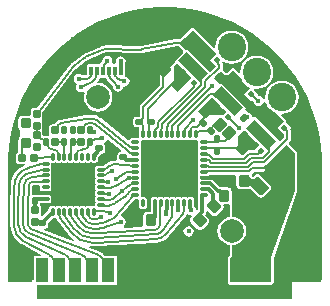
<source format=gtl>
G04*
G04 #@! TF.GenerationSoftware,Altium Limited,Altium Designer,21.0.8 (223)*
G04*
G04 Layer_Physical_Order=1*
G04 Layer_Color=255*
%FSLAX25Y25*%
%MOIN*%
G70*
G04*
G04 #@! TF.SameCoordinates,DAC18CA6-1256-4E10-BBFD-4CDD4F333C27*
G04*
G04*
G04 #@! TF.FilePolarity,Positive*
G04*
G01*
G75*
%ADD11C,0.00787*%
%ADD39C,0.07874*%
%ADD41C,0.01181*%
%ADD42C,0.00787*%
%ADD43R,0.03937X0.07874*%
G04:AMPARAMS|DCode=44|XSize=39.37mil|YSize=35.43mil|CornerRadius=4.43mil|HoleSize=0mil|Usage=FLASHONLY|Rotation=225.000|XOffset=0mil|YOffset=0mil|HoleType=Round|Shape=RoundedRectangle|*
%AMROUNDEDRECTD44*
21,1,0.03937,0.02657,0,0,225.0*
21,1,0.03051,0.03543,0,0,225.0*
1,1,0.00886,-0.02018,-0.00139*
1,1,0.00886,0.00139,0.02018*
1,1,0.00886,0.02018,0.00139*
1,1,0.00886,-0.00139,-0.02018*
%
%ADD44ROUNDEDRECTD44*%
G04:AMPARAMS|DCode=45|XSize=19.68mil|YSize=23.62mil|CornerRadius=1.97mil|HoleSize=0mil|Usage=FLASHONLY|Rotation=270.000|XOffset=0mil|YOffset=0mil|HoleType=Round|Shape=RoundedRectangle|*
%AMROUNDEDRECTD45*
21,1,0.01968,0.01968,0,0,270.0*
21,1,0.01575,0.02362,0,0,270.0*
1,1,0.00394,-0.00984,-0.00787*
1,1,0.00394,-0.00984,0.00787*
1,1,0.00394,0.00984,0.00787*
1,1,0.00394,0.00984,-0.00787*
%
%ADD45ROUNDEDRECTD45*%
%ADD46R,0.07874X0.07874*%
%ADD47R,0.01181X0.03150*%
%ADD48R,0.01575X0.03150*%
G04:AMPARAMS|DCode=49|XSize=19.68mil|YSize=23.62mil|CornerRadius=1.97mil|HoleSize=0mil|Usage=FLASHONLY|Rotation=180.000|XOffset=0mil|YOffset=0mil|HoleType=Round|Shape=RoundedRectangle|*
%AMROUNDEDRECTD49*
21,1,0.01968,0.01968,0,0,180.0*
21,1,0.01575,0.02362,0,0,180.0*
1,1,0.00394,-0.00787,0.00984*
1,1,0.00394,0.00787,0.00984*
1,1,0.00394,0.00787,-0.00984*
1,1,0.00394,-0.00787,-0.00984*
%
%ADD49ROUNDEDRECTD49*%
G04:AMPARAMS|DCode=50|XSize=31.5mil|YSize=31.5mil|CornerRadius=3.94mil|HoleSize=0mil|Usage=FLASHONLY|Rotation=270.000|XOffset=0mil|YOffset=0mil|HoleType=Round|Shape=RoundedRectangle|*
%AMROUNDEDRECTD50*
21,1,0.03150,0.02362,0,0,270.0*
21,1,0.02362,0.03150,0,0,270.0*
1,1,0.00787,-0.01181,-0.01181*
1,1,0.00787,-0.01181,0.01181*
1,1,0.00787,0.01181,0.01181*
1,1,0.00787,0.01181,-0.01181*
%
%ADD50ROUNDEDRECTD50*%
G04:AMPARAMS|DCode=51|XSize=23.62mil|YSize=23.62mil|CornerRadius=2.36mil|HoleSize=0mil|Usage=FLASHONLY|Rotation=0.000|XOffset=0mil|YOffset=0mil|HoleType=Round|Shape=RoundedRectangle|*
%AMROUNDEDRECTD51*
21,1,0.02362,0.01890,0,0,0.0*
21,1,0.01890,0.02362,0,0,0.0*
1,1,0.00472,0.00945,-0.00945*
1,1,0.00472,-0.00945,-0.00945*
1,1,0.00472,-0.00945,0.00945*
1,1,0.00472,0.00945,0.00945*
%
%ADD51ROUNDEDRECTD51*%
G04:AMPARAMS|DCode=52|XSize=19.68mil|YSize=23.62mil|CornerRadius=1.97mil|HoleSize=0mil|Usage=FLASHONLY|Rotation=135.000|XOffset=0mil|YOffset=0mil|HoleType=Round|Shape=RoundedRectangle|*
%AMROUNDEDRECTD52*
21,1,0.01968,0.01968,0,0,135.0*
21,1,0.01575,0.02362,0,0,135.0*
1,1,0.00394,0.00139,0.01253*
1,1,0.00394,0.01253,0.00139*
1,1,0.00394,-0.00139,-0.01253*
1,1,0.00394,-0.01253,-0.00139*
%
%ADD52ROUNDEDRECTD52*%
%ADD53P,0.02506X4X180.0*%
G04:AMPARAMS|DCode=54|XSize=100.39mil|YSize=22.28mil|CornerRadius=0mil|HoleSize=0mil|Usage=FLASHONLY|Rotation=135.000|XOffset=0mil|YOffset=0mil|HoleType=Round|Shape=Rectangle|*
%AMROTATEDRECTD54*
4,1,4,0.04337,-0.02762,0.02762,-0.04337,-0.04337,0.02762,-0.02762,0.04337,0.04337,-0.02762,0.0*
%
%ADD54ROTATEDRECTD54*%

G04:AMPARAMS|DCode=55|XSize=100.39mil|YSize=41.1mil|CornerRadius=0mil|HoleSize=0mil|Usage=FLASHONLY|Rotation=135.000|XOffset=0mil|YOffset=0mil|HoleType=Round|Shape=Rectangle|*
%AMROTATEDRECTD55*
4,1,4,0.05003,-0.02096,0.02096,-0.05003,-0.05003,0.02096,-0.02096,0.05003,0.05003,-0.02096,0.0*
%
%ADD55ROTATEDRECTD55*%

G04:AMPARAMS|DCode=56|XSize=55.12mil|YSize=39.37mil|CornerRadius=4.92mil|HoleSize=0mil|Usage=FLASHONLY|Rotation=90.000|XOffset=0mil|YOffset=0mil|HoleType=Round|Shape=RoundedRectangle|*
%AMROUNDEDRECTD56*
21,1,0.05512,0.02953,0,0,90.0*
21,1,0.04528,0.03937,0,0,90.0*
1,1,0.00984,0.01476,0.02264*
1,1,0.00984,0.01476,-0.02264*
1,1,0.00984,-0.01476,-0.02264*
1,1,0.00984,-0.01476,0.02264*
%
%ADD56ROUNDEDRECTD56*%
G04:AMPARAMS|DCode=57|XSize=11.81mil|YSize=23.62mil|CornerRadius=1.18mil|HoleSize=0mil|Usage=FLASHONLY|Rotation=0.000|XOffset=0mil|YOffset=0mil|HoleType=Round|Shape=RoundedRectangle|*
%AMROUNDEDRECTD57*
21,1,0.01181,0.02126,0,0,0.0*
21,1,0.00945,0.02362,0,0,0.0*
1,1,0.00236,0.00472,-0.01063*
1,1,0.00236,-0.00472,-0.01063*
1,1,0.00236,-0.00472,0.01063*
1,1,0.00236,0.00472,0.01063*
%
%ADD57ROUNDEDRECTD57*%
G04:AMPARAMS|DCode=58|XSize=11.81mil|YSize=23.62mil|CornerRadius=1.18mil|HoleSize=0mil|Usage=FLASHONLY|Rotation=270.000|XOffset=0mil|YOffset=0mil|HoleType=Round|Shape=RoundedRectangle|*
%AMROUNDEDRECTD58*
21,1,0.01181,0.02126,0,0,270.0*
21,1,0.00945,0.02362,0,0,270.0*
1,1,0.00236,-0.01063,-0.00472*
1,1,0.00236,-0.01063,0.00472*
1,1,0.00236,0.01063,0.00472*
1,1,0.00236,0.01063,-0.00472*
%
%ADD58ROUNDEDRECTD58*%
%ADD59R,0.13583X0.13583*%
G04:AMPARAMS|DCode=60|XSize=39.37mil|YSize=35.43mil|CornerRadius=4.43mil|HoleSize=0mil|Usage=FLASHONLY|Rotation=270.000|XOffset=0mil|YOffset=0mil|HoleType=Round|Shape=RoundedRectangle|*
%AMROUNDEDRECTD60*
21,1,0.03937,0.02657,0,0,270.0*
21,1,0.03051,0.03543,0,0,270.0*
1,1,0.00886,-0.01329,-0.01526*
1,1,0.00886,-0.01329,0.01526*
1,1,0.00886,0.01329,0.01526*
1,1,0.00886,0.01329,-0.01526*
%
%ADD60ROUNDEDRECTD60*%
%ADD61R,0.15748X0.07874*%
%ADD62R,0.11811X0.07874*%
G04:AMPARAMS|DCode=63|XSize=19.68mil|YSize=23.62mil|CornerRadius=1.97mil|HoleSize=0mil|Usage=FLASHONLY|Rotation=45.000|XOffset=0mil|YOffset=0mil|HoleType=Round|Shape=RoundedRectangle|*
%AMROUNDEDRECTD63*
21,1,0.01968,0.01968,0,0,45.0*
21,1,0.01575,0.02362,0,0,45.0*
1,1,0.00394,0.01253,-0.00139*
1,1,0.00394,0.00139,-0.01253*
1,1,0.00394,-0.01253,0.00139*
1,1,0.00394,-0.00139,0.01253*
%
%ADD63ROUNDEDRECTD63*%
G04:AMPARAMS|DCode=64|XSize=39.37mil|YSize=35.43mil|CornerRadius=4.43mil|HoleSize=0mil|Usage=FLASHONLY|Rotation=315.000|XOffset=0mil|YOffset=0mil|HoleType=Round|Shape=RoundedRectangle|*
%AMROUNDEDRECTD64*
21,1,0.03937,0.02657,0,0,315.0*
21,1,0.03051,0.03543,0,0,315.0*
1,1,0.00886,0.00139,-0.02018*
1,1,0.00886,-0.02018,0.00139*
1,1,0.00886,-0.00139,0.02018*
1,1,0.00886,0.02018,-0.00139*
%
%ADD64ROUNDEDRECTD64*%
G04:AMPARAMS|DCode=65|XSize=55.12mil|YSize=39.37mil|CornerRadius=4.92mil|HoleSize=0mil|Usage=FLASHONLY|Rotation=315.000|XOffset=0mil|YOffset=0mil|HoleType=Round|Shape=RoundedRectangle|*
%AMROUNDEDRECTD65*
21,1,0.05512,0.02953,0,0,315.0*
21,1,0.04528,0.03937,0,0,315.0*
1,1,0.00984,0.00557,-0.02645*
1,1,0.00984,-0.02645,0.00557*
1,1,0.00984,-0.00557,0.02645*
1,1,0.00984,0.02645,-0.00557*
%
%ADD65ROUNDEDRECTD65*%
G04:AMPARAMS|DCode=66|XSize=23.62mil|YSize=23.62mil|CornerRadius=2.36mil|HoleSize=0mil|Usage=FLASHONLY|Rotation=90.000|XOffset=0mil|YOffset=0mil|HoleType=Round|Shape=RoundedRectangle|*
%AMROUNDEDRECTD66*
21,1,0.02362,0.01890,0,0,90.0*
21,1,0.01890,0.02362,0,0,90.0*
1,1,0.00472,0.00945,0.00945*
1,1,0.00472,0.00945,-0.00945*
1,1,0.00472,-0.00945,-0.00945*
1,1,0.00472,-0.00945,0.00945*
%
%ADD66ROUNDEDRECTD66*%
%ADD67R,0.16339X0.16339*%
%ADD68C,0.09449*%
%ADD69C,0.01772*%
G36*
X6077Y37825D02*
X6077Y37117D01*
X3396Y34437D01*
Y34437D01*
X3232Y33895D01*
X2287Y32950D01*
X2206Y32828D01*
X1810Y32432D01*
X2052Y32190D01*
Y31644D01*
X1571Y31496D01*
X-787D01*
Y30476D01*
X-953Y30443D01*
X-1344Y30182D01*
X-1605Y29792D01*
X-1696Y29331D01*
Y26266D01*
X-8037Y19926D01*
X-8298Y19535D01*
X-8389Y19075D01*
X-8389Y19075D01*
Y15866D01*
X-9547D01*
X-9931Y15789D01*
X-10257Y15572D01*
X-10474Y15246D01*
X-10551Y14862D01*
Y13287D01*
X-10474Y12903D01*
X-10257Y12578D01*
X-9931Y12360D01*
X-9547Y12284D01*
X-8531D01*
Y11484D01*
X-8653Y11303D01*
X-8723Y10949D01*
Y9213D01*
X-8806Y8806D01*
X-9213Y8723D01*
X-10949D01*
X-11303Y8653D01*
X-11602Y8452D01*
X-11802Y8153D01*
X-11814Y8093D01*
X-12363Y7898D01*
X-21463Y15406D01*
X-21574Y15466D01*
X-22029Y15816D01*
X-23035Y16232D01*
X-24114Y16374D01*
Y16362D01*
X-25689D01*
Y16374D01*
X-26304Y16293D01*
X-26428Y16296D01*
X-35006Y14746D01*
X-35084Y14715D01*
X-35215Y14698D01*
X-35838Y14440D01*
X-36372Y14030D01*
X-36783Y13495D01*
X-36901Y13209D01*
X-37657D01*
X-38057Y13130D01*
X-38396Y12903D01*
X-38622Y12565D01*
X-38701Y12165D01*
Y10276D01*
X-38659Y10062D01*
X-38681Y10039D01*
Y9514D01*
X-38976Y9271D01*
X-40107D01*
X-40826Y9568D01*
Y10492D01*
X-40906Y10892D01*
X-41060Y11122D01*
X-40906Y11353D01*
X-40826Y11752D01*
Y13642D01*
X-40869Y13856D01*
X-40846Y13878D01*
Y15453D01*
X-40869Y15475D01*
X-40826Y15689D01*
Y17014D01*
X-29823Y31621D01*
X-29803Y31606D01*
X-29633Y31774D01*
X-29255Y32087D01*
X-26357Y34239D01*
X-26357D01*
X-26342Y34219D01*
X-26001Y34447D01*
X-25547Y34655D01*
X-20394Y36997D01*
X-20392Y36996D01*
X-20382Y36975D01*
X-19948Y37155D01*
X-19216Y37251D01*
X-19131Y37240D01*
X-19130Y37251D01*
X-19128Y37253D01*
X-10140Y36998D01*
X-9724Y36986D01*
X-9714Y36975D01*
X-9646Y36962D01*
Y36985D01*
X-9219Y36985D01*
X-8071D01*
Y36962D01*
X-7629Y37026D01*
X-7591Y37033D01*
X3932Y39205D01*
X3936Y39182D01*
X3963Y39192D01*
X4456Y39212D01*
X4688Y39214D01*
X6077Y37825D01*
D02*
G37*
G36*
X17090Y36856D02*
X14894Y34659D01*
X16413Y33141D01*
X16422Y33126D01*
X16893Y32655D01*
X15056Y30817D01*
X7416Y38457D01*
X6998Y38039D01*
X5052Y39985D01*
X5052Y40485D01*
X9256Y44689D01*
X17090Y36856D01*
D02*
G37*
G36*
X25600Y28346D02*
X25808Y27843D01*
X26691Y26691D01*
X27843Y25808D01*
X28069Y25714D01*
X28200Y25138D01*
X26308Y23246D01*
X28674Y20879D01*
X29006Y21211D01*
X29542Y20675D01*
X29603Y20366D01*
X29973Y19812D01*
X30527Y19442D01*
X31179Y19312D01*
X31832Y19442D01*
X32386Y19812D01*
X32756Y20366D01*
X32775Y20463D01*
X33318Y20628D01*
X33951Y19995D01*
X34160Y19491D01*
X35043Y18340D01*
X36195Y17456D01*
X36698Y17248D01*
X39570Y14376D01*
X37374Y12179D01*
X39600Y9953D01*
Y8871D01*
X38575Y7846D01*
X38109Y7764D01*
X29896Y15977D01*
X29478Y15559D01*
X29048Y15989D01*
X28997Y16243D01*
X28628Y16796D01*
X28074Y17166D01*
X27821Y17216D01*
X26625Y18412D01*
X27043Y18830D01*
X18830Y27043D01*
X18412Y26625D01*
X16341Y28696D01*
X18624Y30979D01*
X18847Y30957D01*
X19961Y29844D01*
X20286Y29626D01*
X20670Y29550D01*
X21054Y29626D01*
X21380Y29844D01*
X22741Y31205D01*
X25600Y28346D01*
D02*
G37*
G36*
X9025Y28808D02*
X7480Y27264D01*
X4232Y24016D01*
X2820Y25428D01*
X3081Y25690D01*
X3343Y26080D01*
X3434Y26541D01*
X3343Y27002D01*
X3081Y27393D01*
X2866Y27536D01*
X2854Y27657D01*
Y31437D01*
X2875Y31541D01*
X2854Y31644D01*
Y32382D01*
X4153Y33680D01*
X9025Y28808D01*
D02*
G37*
G36*
X17753Y20075D02*
X17768Y20065D01*
X20309Y17525D01*
X19209Y16425D01*
X14457D01*
X14353Y16580D01*
X13963Y16842D01*
X13502Y16933D01*
X13041Y16842D01*
X12650Y16580D01*
X12511Y16441D01*
X11152Y17801D01*
X15590Y22239D01*
X17753Y20075D01*
D02*
G37*
G36*
X9564Y7970D02*
X9917Y7900D01*
X10472D01*
X10879Y7817D01*
X10962Y7410D01*
Y6855D01*
X11033Y6501D01*
X11138Y6343D01*
X11033Y6184D01*
X10962Y5831D01*
Y4886D01*
X11033Y4533D01*
X11138Y4374D01*
X11033Y4216D01*
X10962Y3863D01*
Y2918D01*
X11033Y2564D01*
X11138Y2406D01*
X11033Y2247D01*
X10962Y1894D01*
Y949D01*
X11033Y596D01*
X11138Y437D01*
X11033Y279D01*
X10962Y-74D01*
Y-1019D01*
X11033Y-1373D01*
X11138Y-1531D01*
X11033Y-1690D01*
X10962Y-2043D01*
Y-2988D01*
X11033Y-3341D01*
X11138Y-3500D01*
X11033Y-3658D01*
X10962Y-4011D01*
Y-4956D01*
X11033Y-5310D01*
X11138Y-5468D01*
X11033Y-5627D01*
X10962Y-5980D01*
Y-6925D01*
X11033Y-7278D01*
X11138Y-7437D01*
X11033Y-7595D01*
X10962Y-7948D01*
Y-8893D01*
X11033Y-9247D01*
X11138Y-9405D01*
X11033Y-9564D01*
X10962Y-9917D01*
Y-10343D01*
X10953Y-10389D01*
Y-11081D01*
X10953Y-11081D01*
Y-15156D01*
X10849Y-15218D01*
X10297Y-14966D01*
X10233Y-14642D01*
X10086Y-14423D01*
X10080Y-14413D01*
X9843Y-14011D01*
X9826Y-13994D01*
Y-12948D01*
X9816Y-12902D01*
Y-11885D01*
X9746Y-11532D01*
X9546Y-11233D01*
X9247Y-11033D01*
X8893Y-10962D01*
X7948D01*
X7595Y-11033D01*
X7437Y-11138D01*
X7278Y-11033D01*
X6925Y-10962D01*
X5980D01*
X5627Y-11033D01*
X5468Y-11138D01*
X5310Y-11033D01*
X4956Y-10962D01*
X4011D01*
X3658Y-11033D01*
X3500Y-11138D01*
X3341Y-11033D01*
X2988Y-10962D01*
X2043D01*
X1690Y-11033D01*
X1531Y-11138D01*
X1373Y-11033D01*
X1019Y-10962D01*
X74D01*
X-279Y-11033D01*
X-437Y-11138D01*
X-596Y-11033D01*
X-949Y-10962D01*
X-1894D01*
X-2247Y-11033D01*
X-2406Y-11138D01*
X-2564Y-11033D01*
X-2918Y-10962D01*
X-3863D01*
X-4216Y-11033D01*
X-4515Y-11233D01*
X-4716Y-11532D01*
X-4786Y-11885D01*
Y-12902D01*
X-4795Y-12948D01*
Y-15921D01*
X-5955D01*
X-6435Y-16016D01*
X-6842Y-16288D01*
X-7114Y-16695D01*
X-7209Y-17175D01*
Y-20226D01*
X-7177Y-20389D01*
X-7531Y-20912D01*
X-13591Y-21293D01*
X-13693Y-21190D01*
X-13629Y-20546D01*
X-13558Y-20499D01*
X-13188Y-19945D01*
X-13058Y-19292D01*
X-13188Y-18639D01*
X-13558Y-18086D01*
X-14112Y-17716D01*
X-14423Y-17654D01*
X-14615Y-17106D01*
X-10111Y-11785D01*
X-9213D01*
X-8806Y-11868D01*
X-8723Y-12275D01*
Y-14011D01*
X-8653Y-14365D01*
X-8452Y-14664D01*
X-8153Y-14864D01*
X-7800Y-14935D01*
X-6855D01*
X-6501Y-14864D01*
X-6202Y-14664D01*
X-6002Y-14365D01*
X-5931Y-14011D01*
Y-11885D01*
X-6002Y-11532D01*
X-6202Y-11233D01*
X-6501Y-11033D01*
X-6855Y-10962D01*
X-7410D01*
X-7817Y-10879D01*
X-7900Y-10472D01*
Y-9917D01*
X-7970Y-9564D01*
X-8076Y-9405D01*
X-7970Y-9247D01*
X-7900Y-8893D01*
Y-7948D01*
X-7970Y-7595D01*
X-8076Y-7437D01*
X-7970Y-7278D01*
X-7900Y-6925D01*
Y-5980D01*
X-7970Y-5627D01*
X-8076Y-5468D01*
X-7970Y-5310D01*
X-7900Y-4956D01*
Y-4011D01*
X-7970Y-3658D01*
X-8076Y-3500D01*
X-7970Y-3341D01*
X-7900Y-2988D01*
Y-2043D01*
X-7970Y-1690D01*
X-8076Y-1531D01*
X-7970Y-1373D01*
X-7900Y-1019D01*
Y-74D01*
X-7970Y279D01*
X-8076Y437D01*
X-7970Y596D01*
X-7900Y949D01*
Y1894D01*
X-7970Y2247D01*
X-8076Y2406D01*
X-7970Y2564D01*
X-7900Y2918D01*
Y3863D01*
X-7970Y4216D01*
X-8076Y4374D01*
X-7970Y4533D01*
X-7900Y4886D01*
Y5831D01*
X-7970Y6184D01*
X-8076Y6343D01*
X-7970Y6501D01*
X-7900Y6855D01*
Y7410D01*
X-7817Y7817D01*
X-7410Y7900D01*
X-6855D01*
X-6501Y7970D01*
X-6343Y8076D01*
X-6184Y7970D01*
X-5831Y7900D01*
X-4886D01*
X-4533Y7970D01*
X-4374Y8076D01*
X-4216Y7970D01*
X-3863Y7900D01*
X-2918D01*
X-2564Y7970D01*
X-2406Y8076D01*
X-2247Y7970D01*
X-1894Y7900D01*
X-949D01*
X-596Y7970D01*
X-437Y8076D01*
X-279Y7970D01*
X74Y7900D01*
X1019D01*
X1373Y7970D01*
X1531Y8076D01*
X1690Y7970D01*
X2043Y7900D01*
X2988D01*
X3341Y7970D01*
X3500Y8076D01*
X3658Y7970D01*
X4011Y7900D01*
X4956D01*
X5310Y7970D01*
X5468Y8076D01*
X5627Y7970D01*
X5980Y7900D01*
X6925D01*
X7278Y7970D01*
X7437Y8076D01*
X7595Y7970D01*
X7948Y7900D01*
X8893D01*
X9247Y7970D01*
X9405Y8076D01*
X9564Y7970D01*
D02*
G37*
G36*
X31131Y6702D02*
X31141Y6687D01*
X31511Y6317D01*
X29866Y4672D01*
X28105D01*
X27644Y4580D01*
X27254Y4319D01*
X27254Y4319D01*
X25973Y3039D01*
X25603D01*
X24736Y3906D01*
X24670Y4463D01*
X24931Y4854D01*
X25023Y5315D01*
X24931Y5776D01*
X24670Y6166D01*
X24409Y6341D01*
Y9376D01*
X26433Y11400D01*
X31131Y6702D01*
D02*
G37*
G36*
X-14668Y4636D02*
X-14748Y4054D01*
X-14802Y4018D01*
X-14884D01*
X-15268Y3942D01*
X-15594Y3724D01*
X-15811Y3399D01*
X-15887Y3015D01*
Y1576D01*
X-16247Y1100D01*
X-16936Y1147D01*
X-17001Y1139D01*
X-17178Y1162D01*
X-18077Y1044D01*
X-18915Y697D01*
X-19635Y145D01*
X-19635Y145D01*
Y135D01*
X-20156Y-386D01*
X-20186Y-386D01*
X-20667Y-431D01*
X-20708Y-434D01*
X-22364D01*
X-22717Y-504D01*
X-23017Y-704D01*
X-23217Y-1004D01*
X-23287Y-1357D01*
Y-2302D01*
X-23217Y-2655D01*
X-23111Y-2814D01*
X-23217Y-2972D01*
X-23287Y-3326D01*
Y-4271D01*
X-23217Y-4624D01*
X-23111Y-4782D01*
X-23217Y-4941D01*
X-23287Y-5294D01*
Y-6239D01*
X-23217Y-6592D01*
X-23111Y-6751D01*
X-23217Y-6909D01*
X-23287Y-7263D01*
Y-8208D01*
X-23217Y-8561D01*
X-23111Y-8719D01*
X-23217Y-8878D01*
X-23287Y-9231D01*
Y-10176D01*
X-23217Y-10529D01*
X-23111Y-10688D01*
X-23217Y-10846D01*
X-23287Y-11200D01*
Y-12145D01*
X-23217Y-12498D01*
X-23111Y-12656D01*
X-23217Y-12815D01*
X-23287Y-13168D01*
Y-14017D01*
X-24136D01*
X-24489Y-14087D01*
X-24648Y-14193D01*
X-24806Y-14087D01*
X-25159Y-14017D01*
X-26104D01*
X-26458Y-14087D01*
X-26616Y-14193D01*
X-26775Y-14087D01*
X-27128Y-14017D01*
X-28073D01*
X-28426Y-14087D01*
X-28585Y-14193D01*
X-28743Y-14087D01*
X-29096Y-14017D01*
X-30041D01*
X-30395Y-14087D01*
X-30553Y-14193D01*
X-30712Y-14087D01*
X-31065Y-14017D01*
X-32010D01*
X-32363Y-14087D01*
X-32522Y-14193D01*
X-32680Y-14087D01*
X-33033Y-14017D01*
X-33978D01*
X-34332Y-14087D01*
X-34490Y-14193D01*
X-34649Y-14087D01*
X-35002Y-14017D01*
X-35947D01*
X-36300Y-14087D01*
X-36459Y-14193D01*
X-36617Y-14087D01*
X-36970Y-14017D01*
X-37915D01*
X-38269Y-14087D01*
X-38568Y-14287D01*
X-38768Y-14586D01*
X-38839Y-14940D01*
Y-15474D01*
X-39027Y-15600D01*
X-40839Y-17412D01*
X-41339Y-17205D01*
Y-16535D01*
X-41361Y-16513D01*
X-41319Y-16299D01*
Y-14410D01*
X-41398Y-14010D01*
X-41624Y-13671D01*
X-41648Y-13656D01*
X-41592Y-13573D01*
X-41516Y-13189D01*
Y-13077D01*
X-39805D01*
X-39759Y-13068D01*
X-38742D01*
X-38389Y-12998D01*
X-38089Y-12797D01*
X-37889Y-12498D01*
X-37819Y-12145D01*
Y-11200D01*
X-37889Y-10846D01*
X-38089Y-10547D01*
X-38389Y-10347D01*
X-38742Y-10277D01*
X-39759D01*
X-39805Y-10267D01*
X-42267D01*
X-42520Y-10217D01*
X-43849D01*
X-44338Y-9818D01*
X-44282Y-7779D01*
X-44252Y-7285D01*
X-43926Y-7147D01*
X-43829Y-7110D01*
X-41917D01*
X-41791Y-7263D01*
Y-8208D01*
X-41721Y-8561D01*
X-41521Y-8860D01*
X-41221Y-9061D01*
X-40868Y-9131D01*
X-38742D01*
X-38389Y-9061D01*
X-38089Y-8860D01*
X-37889Y-8561D01*
X-37819Y-8208D01*
Y-7263D01*
X-37889Y-6909D01*
X-37995Y-6751D01*
X-37889Y-6592D01*
X-37819Y-6239D01*
Y-5294D01*
X-37889Y-4941D01*
X-37995Y-4782D01*
X-37889Y-4624D01*
X-37819Y-4271D01*
Y-3326D01*
X-37889Y-2972D01*
X-37995Y-2814D01*
X-37889Y-2655D01*
X-37819Y-2302D01*
Y-1357D01*
X-37889Y-1004D01*
X-37995Y-845D01*
X-37889Y-687D01*
X-37819Y-334D01*
Y515D01*
X-36970D01*
X-36617Y585D01*
X-36459Y691D01*
X-36300Y585D01*
X-35947Y515D01*
X-35002D01*
X-34649Y585D01*
X-34490Y691D01*
X-34332Y585D01*
X-33978Y515D01*
X-33033D01*
X-32680Y585D01*
X-32522Y691D01*
X-32363Y585D01*
X-32010Y515D01*
X-31065D01*
X-30712Y585D01*
X-30553Y691D01*
X-30395Y585D01*
X-30041Y515D01*
X-29096D01*
X-28743Y585D01*
X-28585Y691D01*
X-28426Y585D01*
X-28073Y515D01*
X-27128D01*
X-26775Y585D01*
X-26616Y691D01*
X-26458Y585D01*
X-26104Y515D01*
X-25159D01*
X-24806Y585D01*
X-24648Y691D01*
X-24489Y585D01*
X-24136Y515D01*
X-23191D01*
X-22838Y585D01*
X-22538Y785D01*
X-22338Y1085D01*
X-22268Y1438D01*
Y2073D01*
X-21333Y3524D01*
X-20866D01*
X-20482Y3600D01*
X-20156Y3818D01*
X-19939Y4143D01*
X-19863Y4528D01*
Y6102D01*
X-19939Y6486D01*
X-20156Y6812D01*
X-19965Y7285D01*
X-19773Y7413D01*
X-19434Y7920D01*
X-19305Y8017D01*
X-18929Y8151D01*
X-14668Y4636D01*
D02*
G37*
G36*
X28083Y-3649D02*
X28083Y-3649D01*
X28179Y-4129D01*
X28187Y-4149D01*
X28224Y-4337D01*
X28398Y-4598D01*
X28659Y-4772D01*
X28659Y-4772D01*
X29121Y-4963D01*
X29121Y-4963D01*
X29428Y-5024D01*
X29735Y-4963D01*
X29996Y-4789D01*
X30490Y-4295D01*
X30715Y-4144D01*
X30901Y-4107D01*
X31087Y-4144D01*
X31312Y-4295D01*
X34402Y-7384D01*
X34552Y-7609D01*
X34589Y-7795D01*
X34552Y-7981D01*
X34402Y-8206D01*
X32425Y-10182D01*
X32201Y-10332D01*
X32015Y-10369D01*
X31829Y-10332D01*
X31604Y-10182D01*
X28926Y-7504D01*
X28860Y-7460D01*
X28804Y-7404D01*
X28731Y-7373D01*
X28666Y-7330D01*
X28588Y-7314D01*
X28515Y-7284D01*
X28436D01*
X28358Y-7269D01*
X28281Y-7284D01*
X28202D01*
X28129Y-7314D01*
X28051Y-7330D01*
X27985Y-7374D01*
X27912Y-7404D01*
X27878Y-7426D01*
X27633Y-7475D01*
X25133D01*
X24888Y-7426D01*
X24746Y-7332D01*
X24652Y-7190D01*
X24603Y-6945D01*
Y-4027D01*
X24605Y-4018D01*
X24635Y-3924D01*
X24681Y-3857D01*
X24852Y-3649D01*
X25039Y-3553D01*
X27987D01*
X28083Y-3649D01*
D02*
G37*
G36*
X40879Y6117D02*
X40923Y6080D01*
X41184Y5689D01*
X43307Y3566D01*
X43307Y-9009D01*
X35433Y-31084D01*
X35433Y-39370D01*
X21654D01*
Y-31496D01*
X22441Y-30709D01*
Y-27014D01*
X23504Y-26874D01*
X24654Y-26398D01*
X25641Y-25641D01*
X26398Y-24654D01*
X26874Y-23504D01*
X27036Y-22271D01*
X26874Y-21038D01*
X26398Y-19888D01*
X25641Y-18902D01*
X24654Y-18144D01*
X23504Y-17668D01*
X22441Y-17528D01*
Y-12500D01*
X22224Y-12283D01*
X22273Y-12035D01*
Y-8984D01*
X22178Y-8503D01*
X21906Y-8096D01*
X21499Y-7825D01*
X21019Y-7729D01*
X18524D01*
X18509Y-7726D01*
X18429D01*
X16162Y-5459D01*
X15706Y-5154D01*
X15168Y-5047D01*
X12948D01*
X12902Y-5057D01*
X11885D01*
X11811Y-4996D01*
Y-3972D01*
X11885Y-3911D01*
X14011D01*
X14365Y-3841D01*
X14664Y-3641D01*
X14723Y-3553D01*
X23489D01*
X23807Y-3939D01*
X23800Y-3972D01*
Y-7024D01*
X23895Y-7504D01*
X24167Y-7911D01*
X24574Y-8183D01*
X25054Y-8278D01*
X27712D01*
X28192Y-8183D01*
X28358Y-8071D01*
X31092Y-10805D01*
X31515Y-11088D01*
X32015Y-11187D01*
X32514Y-11088D01*
X32937Y-10805D01*
X35025Y-8717D01*
X35308Y-8294D01*
X35407Y-7795D01*
X35308Y-7296D01*
X35025Y-6872D01*
X31824Y-3671D01*
X31400Y-3388D01*
X30901Y-3289D01*
X30402Y-3388D01*
X29979Y-3671D01*
X29428Y-4222D01*
X28966Y-4030D01*
Y-3972D01*
X28871Y-3492D01*
X28916Y-3263D01*
X29011Y-3200D01*
X29545Y-2666D01*
X32084D01*
X32545Y-2574D01*
X32936Y-2313D01*
X33197Y-1922D01*
X33288Y-1462D01*
X33197Y-1001D01*
X33181Y-977D01*
X33180Y-961D01*
X33422Y-437D01*
X33605Y-400D01*
X33996Y-140D01*
X40367Y6232D01*
X40879Y6117D01*
D02*
G37*
G36*
X-36315Y-18034D02*
X-36044Y-18439D01*
X-35984Y-18564D01*
X-32437Y-23294D01*
X-32423Y-23306D01*
X-31480Y-24410D01*
X-30450Y-25289D01*
X-30711Y-25725D01*
X-40384Y-21967D01*
X-40292Y-21476D01*
X-39961D01*
X-39577Y-21400D01*
X-39251Y-21182D01*
X-39033Y-20856D01*
X-38957Y-20472D01*
Y-19504D01*
X-37451Y-17998D01*
X-37443D01*
X-37396Y-17989D01*
X-36970D01*
X-36828Y-17961D01*
X-36315Y-18034D01*
D02*
G37*
G36*
X-0Y52347D02*
X2057D01*
X6157Y52024D01*
X10220Y51381D01*
X14220Y50420D01*
X18132Y49149D01*
X21932Y47575D01*
X25597Y45708D01*
X29105Y43558D01*
X32432Y41141D01*
X35560Y38469D01*
X38469Y35561D01*
X41141Y32433D01*
X43558Y29105D01*
X45708Y25598D01*
X47575Y21932D01*
X49149Y18132D01*
X50420Y14220D01*
X51381Y10220D01*
X52024Y6157D01*
X52347Y2057D01*
Y-0D01*
X52347Y-38567D01*
X43307Y-38567D01*
X43000Y-38628D01*
X42739Y-38802D01*
X42565Y-39063D01*
X42504Y-39370D01*
X42504Y-44866D01*
X-42504Y-44866D01*
X-42504Y-40157D01*
X-38189D01*
Y-40157D01*
X-37689Y-40157D01*
X-32677D01*
Y-40157D01*
X-32677Y-40157D01*
X-32177Y-40157D01*
X-21654D01*
Y-40157D01*
X-21154Y-40157D01*
X-16142D01*
Y-30709D01*
X-19923D01*
X-20349Y-30246D01*
X-20682Y-29876D01*
X-20738Y-29793D01*
X-21055Y-29581D01*
X-21519Y-29271D01*
X-21582Y-29258D01*
X-22048Y-29090D01*
X-25185Y-27871D01*
X-25073Y-27378D01*
X-24136Y-27452D01*
Y-27443D01*
X-23191D01*
Y-27452D01*
X-22644Y-27409D01*
X-22541Y-27423D01*
X-2923Y-26193D01*
X-2806Y-26162D01*
X-2130Y-26095D01*
X-1008Y-25754D01*
X27Y-25201D01*
X934Y-24457D01*
X1213Y-24117D01*
X1302Y-24045D01*
X6946Y-17247D01*
X7009Y-17131D01*
X7266Y-16795D01*
X7825Y-16752D01*
X8004Y-16872D01*
X8657Y-17001D01*
X8716Y-16989D01*
X8962Y-17450D01*
X8648Y-17765D01*
X8376Y-18172D01*
X8280Y-18652D01*
X8376Y-19132D01*
X8648Y-19539D01*
X10805Y-21697D01*
X11212Y-21969D01*
X11692Y-22064D01*
X12172Y-21969D01*
X12579Y-21697D01*
X14458Y-19817D01*
X14730Y-19410D01*
X14826Y-18930D01*
X14730Y-18450D01*
X14458Y-18043D01*
X13404Y-16989D01*
X13656Y-16613D01*
X13763Y-16075D01*
Y-15842D01*
X14225Y-15651D01*
X15538Y-16964D01*
X15945Y-17236D01*
X16425Y-17331D01*
X16905Y-17236D01*
X17312Y-16964D01*
X19191Y-15085D01*
X19463Y-14678D01*
X19558Y-14198D01*
X19477Y-13789D01*
X19555Y-13592D01*
X19778Y-13289D01*
X21019D01*
X21138Y-13265D01*
X21638Y-13656D01*
Y-17528D01*
X21590Y-17596D01*
X21038Y-17668D01*
X19888Y-18144D01*
X18902Y-18902D01*
X18144Y-19888D01*
X17668Y-21038D01*
X17506Y-22271D01*
X17668Y-23504D01*
X18144Y-24654D01*
X18902Y-25641D01*
X19888Y-26398D01*
X21038Y-26874D01*
X21590Y-26947D01*
X21638Y-27014D01*
Y-30376D01*
X21086Y-30928D01*
X20912Y-31189D01*
X20851Y-31496D01*
Y-39370D01*
X20912Y-39677D01*
X21086Y-39938D01*
X21346Y-40112D01*
X21654Y-40173D01*
X35433D01*
X35511Y-40157D01*
X35827D01*
Y-40054D01*
X36001Y-39938D01*
X36175Y-39677D01*
X36236Y-39370D01*
X36236Y-31223D01*
X44063Y-9278D01*
X44083Y-9143D01*
X44110Y-9009D01*
X44110Y3566D01*
X44110Y3566D01*
X44049Y3873D01*
X43875Y4134D01*
X43875Y4134D01*
X41807Y6201D01*
X41590Y6526D01*
X41513Y6604D01*
X41445Y6690D01*
X41384Y7066D01*
X41412Y7261D01*
X41424Y7288D01*
X41656Y7520D01*
X41917Y7911D01*
X42009Y8372D01*
X42009Y8372D01*
Y10973D01*
X41917Y11434D01*
X41694Y11767D01*
X42106Y12179D01*
X40274Y14012D01*
X40312Y14069D01*
X40373Y14376D01*
X40312Y14683D01*
X40138Y14943D01*
X38802Y16280D01*
X39065Y16724D01*
X40413Y16901D01*
X41754Y17456D01*
X42905Y18340D01*
X43789Y19491D01*
X44344Y20832D01*
X44534Y22271D01*
X44344Y23710D01*
X43789Y25051D01*
X42905Y26202D01*
X41754Y27086D01*
X40413Y27641D01*
X38974Y27830D01*
X37535Y27641D01*
X36195Y27086D01*
X35043Y26202D01*
X34160Y25051D01*
X33604Y23710D01*
X33415Y22271D01*
X33454Y21973D01*
X33333Y21835D01*
X32957Y21644D01*
X32717Y21728D01*
X32386Y22225D01*
X31832Y22594D01*
X31218Y22717D01*
X31123Y22866D01*
X30992Y23197D01*
X31040Y23246D01*
X29591Y24695D01*
X29825Y25168D01*
X30623Y25063D01*
X32061Y25253D01*
X33402Y25808D01*
X34554Y26691D01*
X35437Y27843D01*
X35993Y29184D01*
X36182Y30623D01*
X35993Y32061D01*
X35437Y33402D01*
X34554Y34554D01*
X33402Y35437D01*
X32061Y35993D01*
X30623Y36182D01*
X29184Y35993D01*
X27843Y35437D01*
X26691Y34554D01*
X25808Y33402D01*
X25253Y32061D01*
X25075Y30713D01*
X24631Y30450D01*
X23309Y31772D01*
X23048Y31946D01*
X22741Y32008D01*
X22434Y31946D01*
X22173Y31772D01*
X22173Y31772D01*
X20942Y30541D01*
X20399Y30541D01*
X19415Y31525D01*
X19317Y31590D01*
X19226Y31665D01*
X19214Y31697D01*
X19220Y31705D01*
X19311Y32166D01*
X19311Y32166D01*
Y33144D01*
X19311Y33144D01*
X19220Y33605D01*
X19038Y33877D01*
X19408Y34224D01*
X19491Y34160D01*
X20832Y33604D01*
X22271Y33415D01*
X23710Y33604D01*
X25051Y34160D01*
X26202Y35043D01*
X27086Y36195D01*
X27641Y37535D01*
X27830Y38974D01*
X27641Y40413D01*
X27086Y41754D01*
X26202Y42905D01*
X25051Y43789D01*
X23710Y44344D01*
X22271Y44534D01*
X20832Y44344D01*
X19491Y43789D01*
X18340Y42905D01*
X17456Y41754D01*
X16901Y40413D01*
X16724Y39065D01*
X16280Y38801D01*
X9824Y45257D01*
X9563Y45431D01*
X9256Y45492D01*
X8949Y45431D01*
X8689Y45257D01*
X5057Y41625D01*
X3942Y41616D01*
X3892Y41606D01*
X3622Y41570D01*
X3486Y41572D01*
X-7584Y39485D01*
X-7595Y39483D01*
X-7597Y39483D01*
X-8071Y39424D01*
X-8080Y39420D01*
X-8558Y39393D01*
X-9152D01*
X-9644Y39424D01*
X-9646Y39424D01*
X-10139Y39407D01*
X-18559Y39646D01*
X-19057Y39664D01*
X-19216Y39685D01*
X-19543Y39641D01*
X-20578Y39505D01*
X-21271Y39218D01*
X-21391Y39190D01*
X-26999Y36641D01*
X-27072Y36588D01*
X-27381Y36460D01*
X-27696Y36219D01*
X-27793Y36173D01*
X-31084Y33729D01*
X-31169Y33635D01*
X-31450Y33419D01*
X-31655Y33153D01*
X-31747Y33071D01*
X-42630Y18622D01*
X-43760D01*
X-44159Y18543D01*
X-44498Y18317D01*
X-44724Y17978D01*
X-44804Y17579D01*
Y16384D01*
X-45276Y15968D01*
X-47638D01*
X-48099Y15876D01*
X-48489Y15615D01*
X-48750Y15225D01*
X-48842Y14764D01*
Y12402D01*
X-48750Y11941D01*
X-48489Y11550D01*
X-48425Y11507D01*
Y8965D01*
X-48489Y8922D01*
X-48750Y8532D01*
X-48842Y8071D01*
Y5907D01*
X-48891Y5659D01*
X-48891Y5659D01*
Y4014D01*
X-49081Y3976D01*
X-49419Y3750D01*
X-49645Y3411D01*
X-49725Y3012D01*
Y1122D01*
X-49645Y723D01*
X-49419Y384D01*
X-49081Y158D01*
X-48681Y78D01*
X-46791D01*
X-46767Y40D01*
X-46868Y-404D01*
X-46974Y-564D01*
X-48160Y-1198D01*
X-49270Y-2108D01*
X-50180Y-3217D01*
X-50856Y-4483D01*
X-51273Y-5856D01*
X-51389Y-7043D01*
X-51398Y-7082D01*
X-51587Y-13914D01*
X-51595Y-14217D01*
X-51610Y-14410D01*
X-51598D01*
X-51598Y-20252D01*
X-51600Y-20255D01*
X-51608Y-20255D01*
X-51469Y-21672D01*
X-51050Y-23052D01*
X-50370Y-24324D01*
X-49455Y-25439D01*
X-48340Y-26354D01*
X-47876Y-26602D01*
X-47793Y-26673D01*
X-41336Y-30224D01*
X-41460Y-30709D01*
X-43701D01*
Y-38567D01*
X-52347D01*
X-52347Y-0D01*
X-52347Y2057D01*
X-52024Y6157D01*
X-51381Y10220D01*
X-50420Y14220D01*
X-49149Y18132D01*
X-47575Y21932D01*
X-45708Y25597D01*
X-43558Y29105D01*
X-41141Y32432D01*
X-38469Y35560D01*
X-35561Y38469D01*
X-32433Y41141D01*
X-29105Y43558D01*
X-25598Y45708D01*
X-21933Y47575D01*
X-18132Y49149D01*
X-14220Y50420D01*
X-10220Y51381D01*
X-6157Y52024D01*
X-2057Y52347D01*
X-0Y52347D01*
D02*
G37*
%LPC*%
G36*
X-19216Y36129D02*
X-19869Y35999D01*
X-20422Y35629D01*
X-20792Y35076D01*
X-20842Y34824D01*
X-20988Y34384D01*
X-20994Y34380D01*
X-21517Y33599D01*
X-21543Y33465D01*
X-23228D01*
Y33465D01*
X-25984D01*
Y30160D01*
X-25991Y30119D01*
X-25988Y30034D01*
X-25996Y29980D01*
X-26007Y29921D01*
Y29895D01*
X-26055Y29551D01*
X-27532D01*
X-27534Y29553D01*
X-28087Y29923D01*
X-28740Y30052D01*
X-29393Y29923D01*
X-29946Y29553D01*
X-30316Y28999D01*
X-30446Y28346D01*
X-30316Y27694D01*
X-29946Y27140D01*
X-29393Y26770D01*
X-29310Y26571D01*
X-29529Y26243D01*
X-29659Y25591D01*
X-29529Y24938D01*
X-29159Y24384D01*
X-28606Y24014D01*
X-27953Y23885D01*
X-27300Y24014D01*
X-27167Y24103D01*
X-26763Y23772D01*
X-26874Y23504D01*
X-27036Y22271D01*
X-26874Y21038D01*
X-26398Y19888D01*
X-25641Y18902D01*
X-24654Y18144D01*
X-23504Y17668D01*
X-22271Y17506D01*
X-21038Y17668D01*
X-19888Y18144D01*
X-18902Y18902D01*
X-18144Y19888D01*
X-17668Y21038D01*
X-17506Y22271D01*
X-17668Y23504D01*
X-18144Y24654D01*
X-18902Y25641D01*
X-19888Y26398D01*
X-21038Y26874D01*
X-22271Y27036D01*
X-22278Y27035D01*
X-22552Y27504D01*
X-22107Y28096D01*
X-22048Y28221D01*
X-21791Y28606D01*
X-21764Y28740D01*
X-19575D01*
X-19548Y28606D01*
X-19291Y28221D01*
X-19231Y28096D01*
X-18518Y27145D01*
X-18425Y27062D01*
X-18250Y26834D01*
X-18235Y26810D01*
X-17374Y25899D01*
X-17383Y25857D01*
X-17253Y25204D01*
X-16883Y24651D01*
X-16330Y24281D01*
X-15677Y24151D01*
X-15024Y24281D01*
X-14470Y24651D01*
X-14100Y25204D01*
X-13971Y25857D01*
X-13885Y25943D01*
X-13493Y25865D01*
X-12840Y25995D01*
X-12287Y26364D01*
X-11917Y26918D01*
X-11787Y27571D01*
X-11917Y28223D01*
X-12287Y28777D01*
X-12840Y29147D01*
X-13386Y29255D01*
Y30967D01*
X-13359Y31102D01*
Y33380D01*
X-13188Y33636D01*
X-13058Y34289D01*
X-13188Y34942D01*
X-13557Y35495D01*
X-14111Y35865D01*
X-14764Y35995D01*
X-15417Y35865D01*
X-15970Y35495D01*
X-16340Y34942D01*
X-16470Y34289D01*
X-16405Y33965D01*
X-16755Y33499D01*
X-17255Y33474D01*
X-17383Y33572D01*
X-17601Y33965D01*
X-17510Y34423D01*
X-17640Y35076D01*
X-18010Y35629D01*
X-18563Y35999D01*
X-19216Y36129D01*
D02*
G37*
G36*
X7874Y-20735D02*
X7221Y-20865D01*
X6668Y-21235D01*
X6298Y-21788D01*
X6168Y-22441D01*
X6298Y-23094D01*
X6668Y-23647D01*
X7221Y-24017D01*
X7874Y-24147D01*
X8527Y-24017D01*
X9080Y-23647D01*
X9450Y-23094D01*
X9580Y-22441D01*
X9450Y-21788D01*
X9080Y-21235D01*
X8527Y-20865D01*
X7874Y-20735D01*
D02*
G37*
%LPD*%
D11*
X-47244Y-20244D02*
G03*
X-45401Y-22999I2992J8D01*
G01*
X-11778Y5855D02*
G03*
X-10949Y5556I829J1000D01*
G01*
X-22229Y14477D02*
G03*
X-24114Y15157I-1885J-2273D01*
G01*
X-25689D02*
G03*
X-26214Y15110I0J-2953D01*
G01*
X-34792Y13561D02*
G03*
X-35925Y12205I245J-1356D01*
G01*
X-17529Y-18339D02*
G03*
X-16754Y-17770I-802J1905D01*
G01*
X-27404Y-17066D02*
G03*
X-27144Y-17845I1299J0D01*
G01*
X-23191Y-19940D02*
G03*
X-22890Y-19924I0J2874D01*
G01*
X-10949Y-8618D02*
G03*
X-12092Y-9298I0J-1299D01*
G01*
X-12991Y-10533D02*
G03*
X-12388Y-9845I-1215J1672D01*
G01*
X-18694Y-13817D02*
G03*
X-16554Y-13121I0J3642D01*
G01*
X-12097Y-2543D02*
G03*
X-13251Y-2879I-25J-2067D01*
G01*
X-20166Y-7934D02*
G03*
X-20238Y-7932I-72J-1297D01*
G01*
X-19160Y-7990D02*
G03*
X-18304Y-7856I115J2064D01*
G01*
X-15561Y-6801D02*
G03*
X-15172Y-6602I-742J1929D01*
G01*
X-10949Y-6649D02*
G03*
X-11729Y-6909I0J-1299D01*
G01*
X-19936Y-11905D02*
G03*
X-20238Y-11869I-302J-1264D01*
G01*
X-12674Y-7618D02*
G03*
X-12763Y-7687I1724J-2299D01*
G01*
X-19175Y-12087D02*
G03*
X-17323Y-11624I481J2010D01*
G01*
X-25435Y-17066D02*
G03*
X-24136Y-18365I1299J0D01*
G01*
X-20238Y-3601D02*
G03*
X-19654Y-3462I0J1299D01*
G01*
X-20023Y-1615D02*
G03*
X-19320Y-1252I-215J1281D01*
G01*
X-17019Y-54D02*
G03*
X-18779Y-711I-159J-2258D01*
G01*
X-19992Y-9924D02*
G03*
X-20026Y-9918I-247J-1276D01*
G01*
X-27698Y-19730D02*
G03*
X-24136Y-21515I3563J2665D01*
G01*
X-20914Y-21299D02*
G03*
X-20118Y-21123I-382J3622D01*
G01*
X-29372Y-17066D02*
G03*
X-29112Y-17845I1299J0D01*
G01*
X-23191Y-21515D02*
G03*
X-22724Y-21490I0J4449D01*
G01*
X6019Y-16478D02*
G03*
X6496Y-15157I-1590J1320D01*
G01*
X-2998Y-24991D02*
G03*
X375Y-23276I-299J4764D01*
G01*
X-31473Y-22571D02*
G03*
X-24136Y-26239I7338J5505D01*
G01*
X-33309Y-17066D02*
G03*
X-33050Y-17844I1299J0D01*
G01*
X-3097Y-23419D02*
G03*
X-627Y-21987I-200J3193D01*
G01*
X2362Y-15150D02*
G03*
X2404Y-15571I2067J-8D01*
G01*
X-30210Y-21631D02*
G03*
X-24136Y-24664I6074J4565D01*
G01*
X-31341Y-17066D02*
G03*
X-31083Y-17842I1299J0D01*
G01*
X-3196Y-21847D02*
G03*
X-1673Y-20241I-102J1621D01*
G01*
X-28946Y-20692D02*
G03*
X-24136Y-23089I4810J3626D01*
G01*
X-1619Y-14023D02*
G03*
X-1619Y-14011I-1299J11D01*
G01*
X-23191Y-23089D02*
G03*
X-22814Y-23078I0J6024D01*
G01*
X-20124Y33515D02*
G03*
X-20464Y32818I833J-838D01*
G01*
X-23071Y28819D02*
G03*
X-22835Y29528I-945J709D01*
G01*
X-19094Y38456D02*
G03*
X-20893Y38094I-122J-4034D01*
G01*
X-26500Y35544D02*
G03*
X-27075Y35206I1303J-2867D01*
G01*
X-30366Y32762D02*
G03*
X-30785Y32346I1232J-1660D01*
G01*
X3952Y40412D02*
G03*
X3709Y40388I12J-1378D01*
G01*
X-8071Y38189D02*
G03*
X-7852Y38209I0J1181D01*
G01*
X-9679Y38189D02*
G03*
X-9646Y38189I33J1181D01*
G01*
X-40868Y-58D02*
G03*
X-41227Y-109I0J-1299D01*
G01*
X-50392Y-14250D02*
G03*
X-50394Y-14409I6140J-159D01*
G01*
X-45005Y-2848D02*
G03*
X-48621Y-7164I910J-4435D01*
G01*
X-32596Y-30696D02*
G03*
X-32973Y-30422I-869J-800D01*
G01*
X-27084Y-30696D02*
G03*
X-27501Y-30405I-869J-800D01*
G01*
X-40868Y-3995D02*
G03*
X-40999Y-4002I0J-1299D01*
G01*
X-45668Y-14360D02*
G03*
X-45669Y-14410I1417J-49D01*
G01*
X-44094Y-5906D02*
G03*
X-45472Y-7245I0J-1378D01*
G01*
X-45782Y-1419D02*
G03*
X-50195Y-7115I1687J-5864D01*
G01*
X-50394Y-20252D02*
G03*
X-47212Y-25617I6142J16D01*
G01*
X-45669Y-20236D02*
G03*
X-44767Y-21556I1417J0D01*
G01*
X-48819Y-20246D02*
G03*
X-46159Y-24386I4567J10D01*
G01*
X-24834Y27023D02*
G03*
X-23779Y27874I-1150J2504D01*
G01*
X-16535Y29528D02*
G03*
X-15768Y28421I1181J0D01*
G01*
X-26842Y4923D02*
G03*
X-25492Y6339I-67J1416D01*
G01*
X-28134Y4862D02*
G03*
X-29372Y3564I61J-1298D01*
G01*
X-18504Y29528D02*
G03*
X-18268Y28819I1181J0D01*
G01*
X-17555Y27868D02*
G03*
X-17360Y27637I2200J1660D01*
G01*
X-25984Y28346D02*
G03*
X-24803Y29528I0J1181D01*
G01*
X-23191Y-26239D02*
G03*
X-22617Y-26221I0J9173D01*
G01*
X-35278Y-17066D02*
G03*
X-35020Y-17842I1299J0D01*
G01*
X2218Y-17673D02*
G03*
X2516Y-16116I-1726J1138D01*
G01*
X-23191Y-24664D02*
G03*
X-22715Y-24649I0J7598D01*
G01*
X-23191Y-18365D02*
G03*
X-22687Y-18263I0J1299D01*
G01*
X-35671Y3564D02*
G03*
X-36875Y4860I-1299J0D01*
G01*
X-39022Y5957D02*
G03*
X-37762Y4925I1365J382D01*
G01*
X-25689Y13583D02*
G03*
X-27067Y12205I0J-1378D01*
G01*
X-12778Y4638D02*
G03*
X-12678Y4559I1829J2217D01*
G01*
X-11726Y3845D02*
G03*
X-10949Y3587I777J1042D01*
G01*
X-23234Y13265D02*
G03*
X-24114Y13583I-880J-1061D01*
G01*
X-40868Y-2026D02*
G03*
X-41129Y-2053I0J-1299D01*
G01*
X-48817Y-14283D02*
G03*
X-48819Y-14410I4565J-126D01*
G01*
X-47243Y-14327D02*
G03*
X-47244Y-14410I2991J-83D01*
G01*
X-44392Y-4346D02*
G03*
X-47046Y-7204I298J-2938D01*
G01*
X-21572Y-30696D02*
G03*
X-22018Y-30393I-869J-800D01*
G01*
X-38108Y-30696D02*
G03*
X-38407Y-30461I-869J-800D01*
G01*
X-20684Y-15704D02*
G03*
X-21297Y-15611I-613J-1974D01*
G01*
X-21075Y-19733D02*
G03*
X-20497Y-19584I-222J2055D01*
G01*
X-26435Y-18790D02*
G03*
X-24136Y-19940I2299J1724D01*
G01*
X-20118Y-21123D02*
X-14764Y-19292D01*
X-8366Y14075D02*
X-7776Y13484D01*
X-5359Y9886D02*
Y13484D01*
X-4768Y14075D01*
X-8366D02*
X-7185Y15256D01*
X-492Y25768D02*
Y27756D01*
X-7185Y15256D02*
Y19075D01*
X-7776Y13287D02*
X-7327Y12839D01*
X-7185Y19075D02*
X-492Y25768D01*
X-5807Y15059D02*
X-4823Y14075D01*
X-5807Y15059D02*
Y18504D01*
X-4768Y14075D02*
X-4626D01*
X-5807Y18504D02*
X1116Y25427D01*
X-4823Y14075D02*
X-4768D01*
X-7776Y13287D02*
Y13484D01*
X-7327Y9886D02*
Y12839D01*
X-24803Y29528D02*
Y29921D01*
X-22835Y29528D02*
X-22835Y29921D01*
X-16732Y31102D02*
X-16535Y29921D01*
X-18504Y29528D02*
Y29921D01*
X5634Y40426D02*
X6609Y40565D01*
X-31537Y2501D02*
X-31341Y3289D01*
Y6496D02*
X-30807Y7283D01*
X-33548Y3289D02*
X-33506Y2501D01*
X-33760Y7283D02*
X-33548Y6496D01*
X-45401Y-22999D02*
X-27501Y-30405D01*
X-40868Y-3995D02*
X-40593D01*
Y-5906D02*
X-39805Y-5767D01*
X-44767Y-21556D02*
X-22018Y-30393D01*
X-20472Y-31890D02*
X-18898Y-35433D01*
X-44392Y-4346D02*
X-40999Y-4002D01*
X6452Y-12948D02*
X6496Y-13736D01*
Y-15157D02*
Y-13736D01*
X2362Y-13736D02*
X2515Y-12948D01*
X2362Y-15150D02*
Y-13736D01*
X-1673Y-20241D02*
X-1619Y-14023D01*
X-31341Y-17066D02*
Y-16790D01*
X-25435Y-17066D02*
Y-16790D01*
X-21297Y-17678D02*
X-21233Y-17972D01*
X-40354Y8071D02*
X-39764Y7283D01*
X-42028Y8760D02*
X-40354Y8071D01*
X-35671Y3289D02*
Y3564D01*
X-37762Y4925D02*
X-36875Y4860D01*
X-25492Y6496D02*
X-24902Y7283D01*
X-25492Y6339D02*
X-25492Y6496D01*
X-28134Y4862D02*
X-26842Y4923D01*
X-10674Y5556D02*
X-9886Y5359D01*
X-25689Y15157D02*
X-24114D01*
X-22229Y14477D02*
X-11778Y5855D01*
X-34792Y13561D02*
X-26214Y15110D01*
X-36713Y11220D02*
X-35925Y12008D01*
X-35925Y12205D01*
X-10949Y5556D02*
X-10674D01*
Y3587D02*
X-9886Y3390D01*
X-10949Y3587D02*
X-10674D01*
X-22890Y-19924D02*
X-21075Y-19733D01*
X-27600Y-16003D02*
X-27404Y-16790D01*
Y-17066D02*
Y-16790D01*
X-20497Y-19584D02*
X-17529Y-18339D01*
X-16754Y-17770D02*
X-10674Y-10586D01*
X-9886Y-10389D01*
X-10949Y-8618D02*
X-10674D01*
X-9886Y-8421D01*
X-21301Y-13641D02*
X-20514Y-13817D01*
X-16554Y-13121D02*
X-12991Y-10533D01*
X-12388Y-9845D02*
X-12092Y-9298D01*
X-20514Y-13817D02*
X-18694D01*
X-12097Y-2543D02*
X-10674D01*
X-9886Y-2515D01*
X-16303Y-4872D02*
X-13251Y-2879D01*
X-20514Y-7932D02*
X-20238D01*
X-20166Y-7934D02*
X-19160Y-7990D01*
X-18304Y-7856D02*
X-15561Y-6801D01*
X-15172Y-6602D02*
X-12121Y-4609D01*
X-21301Y-7735D02*
X-20514Y-7932D01*
X-10674Y-4609D02*
X-9886Y-4484D01*
X-12121Y-4609D02*
X-10674D01*
X-10949Y-6649D02*
X-10674D01*
X-14205Y-8861D02*
X-12763Y-7687D01*
X-10674Y-6649D02*
X-9886Y-6452D01*
X-12674Y-7618D02*
X-11729Y-6909D01*
X-17323Y-11624D02*
X-14205Y-8861D01*
X-19936Y-11905D02*
X-19175Y-12087D01*
X-20514Y-11869D02*
X-20238D01*
X-21301Y-11672D02*
X-20514Y-11869D01*
X-22687Y-18263D02*
X-21297Y-17678D01*
X-19654Y-3462D02*
X-17484Y-2369D01*
X-20514Y-3601D02*
X-20238D01*
X-21301Y-3798D02*
X-20514Y-3601D01*
X-15768Y28421D02*
X-13493Y27571D01*
X-14764Y-19292D02*
X-14763Y-19310D01*
X-29569Y-16003D02*
X-29372Y-16790D01*
X-22724Y-21490D02*
X-20914Y-21299D01*
X-21301Y-5767D02*
X-20514Y-5926D01*
X-19046D01*
X-18268Y28819D02*
X-17555Y27868D01*
X-19320Y-1252D02*
X-18779Y-711D01*
X-21301Y-1830D02*
X-20023Y-1615D01*
X-17019Y-54D02*
X-9886Y-547D01*
X-21153Y-9729D02*
X-20026Y-9918D01*
X-21301Y-9704D02*
X-21153Y-9729D01*
X-19992Y-9924D02*
X-18694Y-10175D01*
X-29372Y-17066D02*
Y-16790D01*
X-24136Y-21515D02*
X-23191D01*
X-29112Y-17845D02*
X-27698Y-19730D01*
X-25632Y-16003D02*
X-25435Y-16790D01*
X-35474Y-16003D02*
X-35278Y-16790D01*
X-35020Y-17842D02*
X-31473Y-22571D01*
X-22617Y-26221D02*
X-2998Y-24991D01*
X375Y-23276D02*
X6019Y-16478D01*
X-33309Y-17066D02*
Y-16790D01*
X-627Y-21987D02*
X2218Y-17673D01*
X-33506Y-16003D02*
X-33309Y-16790D01*
X-22715Y-24649D02*
X-3097Y-23419D01*
X2404Y-15571D02*
X2516Y-16116D01*
X-1619Y-14011D02*
Y-13736D01*
X-22814Y-23078D02*
X-3196Y-21847D01*
X-31537Y-16003D02*
X-31341Y-16790D01*
X-31083Y-17842D02*
X-28946Y-20692D01*
X-24136Y-23089D02*
X-23191D01*
X-1619Y-13736D02*
X-1422Y-12948D01*
X-23467Y-15611D02*
X-21297D01*
X-20669Y31102D02*
X-20464Y32818D01*
X-20124Y33515D02*
X-19216Y34423D01*
X-28740Y28346D02*
X-25984D01*
X-27953Y25591D02*
X-24834Y27023D01*
X-30366Y32762D02*
X-27075Y35206D01*
X-7852Y38209D02*
X3709Y40388D01*
X3952Y40412D02*
X5634Y40426D01*
X-9646Y38189D02*
X-8071D01*
X-42028Y17421D02*
X-30785Y32346D01*
X-19094Y38456D02*
X-9679Y38189D01*
X-42815Y16634D02*
X-42028Y17421D01*
X-26500Y35544D02*
X-20893Y38094D01*
X-24902Y7283D02*
X-24311Y8071D01*
X20670Y9674D02*
X20769Y9575D01*
Y8467D02*
Y9575D01*
X19979Y7677D02*
X20769Y8467D01*
X19587Y7677D02*
X19979D01*
X22244Y5315D02*
X23819D01*
X18012D02*
X22244D01*
X17421Y4724D02*
X18012Y5315D01*
X17421Y4528D02*
Y4724D01*
X12948Y5359D02*
X16787D01*
X17421Y4724D01*
Y8268D02*
Y8465D01*
X16831Y7677D02*
X17421Y8268D01*
X16634Y7677D02*
X16831D01*
X16284Y7327D02*
X16634Y7677D01*
X9604Y25800D02*
Y27004D01*
X-2209Y12491D02*
Y13986D01*
X9604Y25800D01*
X-8563Y14075D02*
X-8366D01*
X1116Y25427D02*
X2230Y26541D01*
X-492Y27756D02*
Y29331D01*
X-45782Y-1419D02*
X-41227Y-109D01*
X-37008Y-31890D02*
X-35433Y-35433D01*
X-47212Y-25617D02*
X-38407Y-30461D01*
X-50394Y-14409D02*
X-50394Y-20252D01*
X-38108Y-30696D02*
X-37008Y-31890D01*
X-40868Y-2026D02*
X-40593D01*
X-45005Y-2848D02*
X-41129Y-2053D01*
X-31496Y-31890D02*
X-29921Y-35433D01*
X-46159Y-24386D02*
X-32973Y-30422D01*
X-40593Y-2026D02*
X-39805Y-1830D01*
X-40593Y-3995D02*
X-39805Y-3798D01*
X-47244Y-20244D02*
Y-14410D01*
X-27084Y-30696D02*
X-25984Y-31890D01*
X-21572Y-30696D02*
X-20472Y-31890D01*
X-45669Y-20236D02*
Y-14410D01*
X-45669Y-14360D02*
X-45472Y-7259D01*
X-48817Y-14283D02*
X-48621Y-7164D01*
X-50392Y-14250D02*
X-50195Y-7115D01*
X-40593Y-58D02*
X-39805Y139D01*
X-48819Y-20246D02*
Y-14410D01*
X-22835Y29921D02*
X-22638Y31102D01*
X-23779Y27874D02*
X-23071Y28819D01*
X-24311Y8071D02*
X-20979Y8619D01*
X-29372Y3289D02*
Y3564D01*
X-29569Y2501D02*
X-29372Y3289D01*
X9079Y12269D02*
X10803D01*
X8421Y9886D02*
X8618Y10083D01*
X10803Y12269D02*
X12421Y13887D01*
X8618Y10083D02*
Y11807D01*
X9079Y12269D01*
X11177Y10674D02*
X11430Y10927D01*
X15381D01*
X10586Y10674D02*
X11177D01*
X10389Y10477D02*
X10586Y10674D01*
X10389Y9886D02*
Y10477D01*
X12948Y7327D02*
X16284D01*
X-43799Y2067D02*
X-37443Y2501D01*
X-47687Y5659D02*
X-46457Y6890D01*
X-47687Y2116D02*
Y5659D01*
X-47736Y2067D02*
X-47687Y2116D01*
X17274Y33977D02*
X18107Y33144D01*
Y32166D02*
Y33144D01*
X13484Y27543D02*
X18107Y32166D01*
X13484Y25782D02*
Y27543D01*
X1137Y13435D02*
X13484Y25782D01*
X1137Y12839D02*
Y13435D01*
X547Y12248D02*
X1137Y12839D01*
X547Y9886D02*
Y12248D01*
X18605Y20926D02*
X20926D01*
X15694Y26038D02*
X15728Y26072D01*
X2515Y12859D02*
X15694Y26038D01*
X15748Y25984D02*
Y26200D01*
X12038Y26285D02*
Y27576D01*
X-831Y13415D02*
X12038Y26285D01*
X-831Y11920D02*
Y13415D01*
X8677Y30937D02*
X12038Y27576D01*
X-17360Y27637D02*
X-15677Y25857D01*
X-18701Y31102D02*
X-18504Y29921D01*
X-16535Y29921D02*
X-16535Y29528D01*
X-24803Y29921D02*
X-24606Y31102D01*
X-24136Y-26239D02*
X-23191D01*
X-35278Y-17066D02*
Y-16790D01*
X-24136Y-24664D02*
X-23191D01*
X-33050Y-17845D02*
X-30210Y-21631D01*
X-24136Y-18365D02*
X-23191D01*
X-25689Y13583D02*
X-24114D01*
X-12094Y4121D02*
X-12085Y4114D01*
X-12678Y4559D02*
X-12094Y4121D01*
X-23234Y13265D02*
X-12778Y4638D01*
X-27067Y12008D02*
X-27067Y12205D01*
X-27854Y11220D02*
X-27067Y12008D01*
X-12085Y4114D02*
X-11726Y3845D01*
X-42815Y9547D02*
Y12697D01*
X-39764Y7283D02*
X-39173Y6496D01*
X-40868Y-58D02*
X-40593D01*
X-32596Y-30696D02*
X-31496Y-31890D01*
X-25984D02*
X-24409Y-35433D01*
X-47243Y-14327D02*
X-47046Y-7204D01*
X-44094Y-5906D02*
X-40593D01*
X-45472Y-7259D02*
X-45472Y-7245D01*
X-31341Y3289D02*
Y6496D01*
X-30807Y7283D02*
X-27854D01*
X-36713D02*
X-33760D01*
X-33548Y3289D02*
Y6496D01*
X-39173D02*
X-39022Y5957D01*
X-35671Y3289D02*
X-35474Y2501D01*
X-42815Y9547D02*
X-42028Y8760D01*
X-23663Y-16003D02*
X-23467Y-15611D01*
X-20684Y-15704D02*
X-18331Y-16434D01*
X-1422Y9886D02*
X-1225Y10083D01*
Y11526D01*
X-831Y11920D01*
X-3193Y11507D02*
X-2209Y12491D01*
X-3193Y10083D02*
Y11507D01*
X8677Y30937D02*
Y31505D01*
X17274Y33977D02*
Y34464D01*
X17365Y34555D01*
X-3390Y9886D02*
X-3193Y10083D01*
X-27144Y-17845D02*
X-26435Y-18790D01*
X-24136Y-19940D02*
X-23191D01*
X15728Y26072D02*
Y26189D01*
X2515Y9886D02*
Y12859D01*
X33144Y712D02*
X40804Y8372D01*
X39740Y12037D02*
Y12179D01*
Y12037D02*
X40804Y10973D01*
Y8372D02*
Y10973D01*
X21020Y15588D02*
X24568Y12040D01*
X21020Y15588D02*
Y15590D01*
X21018D02*
X21020D01*
X28674Y23246D02*
X30713Y21207D01*
X30991D01*
X31179Y21018D01*
X29046Y-1462D02*
X32084D01*
X28159Y-2348D02*
X29046Y-1462D01*
X32084D02*
X33659D01*
X9368Y14548D02*
X9420D01*
X6552Y11732D02*
X9368Y14548D01*
X6552Y9985D02*
Y11732D01*
X6452Y9886D02*
X6552Y9985D01*
X4484Y9886D02*
X4484D01*
Y12836D02*
X15100Y23452D01*
X4484Y9886D02*
Y12836D01*
X13505Y3193D02*
X14573D01*
X15932Y1835D02*
X26472D01*
X14573Y3193D02*
X15932Y1835D01*
X13505Y1225D02*
X14550D01*
X15317Y457D01*
X27043D02*
X28676Y2090D01*
X15317Y457D02*
X27043D01*
X14776Y-970D02*
X27564D01*
X14550Y-744D02*
X14776Y-970D01*
X13145Y-744D02*
X14550D01*
X13115Y-2348D02*
X28159D01*
X12948Y-2515D02*
X13115Y-2348D01*
X27564Y-970D02*
X29247Y712D01*
X12948Y-547D02*
X13145Y-744D01*
X26472Y1835D02*
X28105Y3468D01*
X31028D01*
X28676Y2090D02*
X32574D01*
X29247Y712D02*
X33144D01*
X32574Y2090D02*
X34518Y4035D01*
Y5013D01*
X31993Y7539D02*
X34518Y5013D01*
X31028Y3468D02*
X31597Y4037D01*
X31993Y7539D02*
Y9860D01*
X15100Y23452D02*
X16079D01*
X18605Y20926D01*
X12388Y14615D02*
X13502Y15729D01*
X15248Y11828D02*
X16361Y12941D01*
X18012Y7677D02*
X19587Y7677D01*
D39*
X22271Y-22271D02*
D03*
X-22271Y22271D02*
D03*
D41*
X8421Y-14011D02*
G03*
X8452Y-14317I1496J0D01*
G01*
X4482Y-14086D02*
G03*
X4484Y-14011I-1494J75D01*
G01*
X546Y-14047D02*
G03*
X547Y-14011I-1496J36D01*
G01*
X-25767Y33932D02*
G03*
X-26097Y33721I570J-1254D01*
G01*
X-12904Y35579D02*
G03*
X-14696Y36552I-1860J-1290D01*
G01*
X-19148Y36686D02*
G03*
X-20153Y36484I-68J-2263D01*
G01*
X-10827Y32191D02*
X-10236Y31102D01*
X-13892Y2227D02*
Y2613D01*
Y2227D02*
X-13703D01*
X-12897Y1422D01*
X8421Y-14011D02*
Y-12948D01*
X8452Y-14317D02*
X8657Y-15295D01*
X4484Y-14011D02*
Y-12948D01*
X4429Y-15157D02*
X4482Y-14086D01*
X547Y-14011D02*
Y-12948D01*
X492Y-16535D02*
X546Y-14047D01*
X-12904Y35579D02*
X-11806Y33996D01*
X-28543Y31611D02*
X-26097Y33721D01*
X-11806Y33996D02*
X-10827Y32191D01*
X-25767Y33932D02*
X-20153Y36484D01*
X-29134Y31102D02*
X-28543Y31611D01*
X-14764Y31102D02*
Y34289D01*
X19744Y-5551D02*
X19871D01*
X18676Y-4484D02*
X19744Y-5551D01*
X-19148Y36686D02*
X-14696Y36552D01*
X-43307Y-15354D02*
Y-12205D01*
X-42913Y-11672D02*
X-39805D01*
X-43307Y-12066D02*
X-42913Y-11672D01*
X-43307Y-12205D02*
Y-12066D01*
X12358Y-16075D02*
Y-11081D01*
X11433Y-18671D02*
X11553Y-18791D01*
X12358Y-10389D02*
X12948D01*
X12358Y-11081D02*
X12358Y-11081D01*
X11433Y-17001D02*
X12358Y-16075D01*
X12358Y-11081D02*
Y-10389D01*
X11433Y-18671D02*
Y-17001D01*
X-22064Y4983D02*
X-21850Y5315D01*
X-23663Y2501D02*
X-22064Y4983D01*
X-3390Y-17760D02*
Y-12948D01*
X-4331Y-18701D02*
X-3390Y-17760D01*
X-43307Y-19291D02*
X-40731D01*
X-38033Y-16593D02*
X-37443D01*
X-40731Y-19291D02*
X-38033Y-16593D01*
X-37443D02*
Y-16003D01*
X-12897Y1422D02*
X-9886D01*
X17847Y-9131D02*
X18509D01*
X12948Y-6452D02*
X15168D01*
X17847Y-9131D01*
X19690Y-10509D02*
Y-10312D01*
X18509Y-9131D02*
X19690Y-10312D01*
X12948Y-4484D02*
X18676D01*
X12948Y-8421D02*
X14631D01*
X16147Y-9936D01*
Y-13919D02*
Y-9936D01*
Y-13919D02*
X16286Y-14059D01*
D42*
X23819Y5315D02*
D03*
X22244D02*
D03*
X2230Y26541D02*
D03*
X1116Y25427D02*
D03*
X-492Y29331D02*
D03*
Y27756D02*
D03*
X13502Y15729D02*
D03*
X12388Y14615D02*
D03*
X16361Y12941D02*
D03*
X15248Y11828D02*
D03*
X32084Y-1462D02*
D03*
X33659D02*
D03*
X19587Y7677D02*
D03*
X18012Y7677D02*
D03*
D43*
X-40945Y-35433D02*
D03*
X-35433D02*
D03*
X-29921D02*
D03*
X-24409D02*
D03*
X-18898D02*
D03*
D44*
X4335Y26669D02*
D03*
X-398Y31402D02*
D03*
X13641Y17817D02*
D03*
X18374Y13084D02*
D03*
X25960Y5498D02*
D03*
X21227Y10231D02*
D03*
D45*
X-4626Y14075D02*
D03*
X-8563D02*
D03*
X-40945Y-19685D02*
D03*
X-37008D02*
D03*
X-21850Y5315D02*
D03*
X-17913D02*
D03*
X-17837Y2227D02*
D03*
X-13900D02*
D03*
D46*
X-48425Y-35433D02*
D03*
D47*
X-26575Y31102D02*
D03*
X-22638Y31102D02*
D03*
X-24606Y31102D02*
D03*
X-20669Y31102D02*
D03*
X-12795D02*
D03*
X-16732D02*
D03*
X-18701Y31102D02*
D03*
X-14764D02*
D03*
D48*
X-30512Y40945D02*
D03*
X-8858D02*
D03*
D49*
X-30807Y7283D02*
D03*
Y11220D02*
D03*
X-43307Y-8268D02*
D03*
Y-12205D02*
D03*
X-24902Y11220D02*
D03*
Y7283D02*
D03*
X-33760D02*
D03*
Y11220D02*
D03*
X-39764D02*
D03*
Y7283D02*
D03*
X17421Y8465D02*
D03*
Y4528D02*
D03*
D50*
X-46457Y6890D02*
D03*
X-46457Y13583D02*
D03*
D51*
X-43307Y-15354D02*
D03*
Y-19291D02*
D03*
X-42815Y12697D02*
D03*
Y16634D02*
D03*
X-27854Y11220D02*
D03*
Y7283D02*
D03*
X-36713Y11220D02*
D03*
Y7283D02*
D03*
X-42815Y5610D02*
D03*
Y9547D02*
D03*
D52*
X3825Y37781D02*
D03*
X6609Y40565D02*
D03*
X18026Y29022D02*
D03*
X20809Y31806D02*
D03*
X29300Y18165D02*
D03*
X26517Y15381D02*
D03*
D53*
X15451Y36469D02*
D03*
X17260Y34659D02*
D03*
X11832Y40088D02*
D03*
X13641Y38278D02*
D03*
X5985Y30623D02*
D03*
X7795Y28813D02*
D03*
X4176Y32432D02*
D03*
X9604Y27004D02*
D03*
X39740Y12179D02*
D03*
X37931Y13989D02*
D03*
X36121Y15799D02*
D03*
X34312Y17608D02*
D03*
X26656Y9952D02*
D03*
X28465Y8143D02*
D03*
X30275Y6333D02*
D03*
X32084Y4524D02*
D03*
X28674Y23246D02*
D03*
X26864Y25055D02*
D03*
X25055Y26864D02*
D03*
X23246Y28674D02*
D03*
X15590Y21018D02*
D03*
X17399Y19209D02*
D03*
X19209Y17399D02*
D03*
X21018Y15590D02*
D03*
D54*
X12589Y35417D02*
D03*
X35069Y12937D02*
D03*
X24003Y24003D02*
D03*
D55*
X9513Y32340D02*
D03*
X31993Y9860D02*
D03*
X20926Y20926D02*
D03*
D56*
X40945Y-6299D02*
D03*
X48031D02*
D03*
X40551Y-27165D02*
D03*
X33465D02*
D03*
X46063Y-12992D02*
D03*
X38976Y-12992D02*
D03*
X43307Y-20079D02*
D03*
X36220D02*
D03*
D57*
X-23663Y2501D02*
D03*
X-31537D02*
D03*
X-25632Y2501D02*
D03*
X-27600Y2501D02*
D03*
X-29569D02*
D03*
X-33506D02*
D03*
X-35474D02*
D03*
X-37443D02*
D03*
X-23663Y-16003D02*
D03*
X-31537D02*
D03*
X-29569D02*
D03*
X-27600D02*
D03*
X-25632D02*
D03*
X-37443D02*
D03*
X-35474D02*
D03*
X-33506D02*
D03*
X547Y-12948D02*
D03*
X2515D02*
D03*
X-5359D02*
D03*
X-1422D02*
D03*
X-3390D02*
D03*
X6452Y-12948D02*
D03*
X8421D02*
D03*
X4484Y-12948D02*
D03*
X-7327D02*
D03*
X10389Y-12948D02*
D03*
X-1422Y9886D02*
D03*
X547D02*
D03*
X-7327Y9886D02*
D03*
X-3390Y9886D02*
D03*
X-5359D02*
D03*
X8421D02*
D03*
X10389D02*
D03*
X2515D02*
D03*
X6452D02*
D03*
X4484D02*
D03*
D58*
X-39805Y-5767D02*
D03*
X-39805Y-13641D02*
D03*
X-21301D02*
D03*
Y-5767D02*
D03*
X-39805Y-7735D02*
D03*
X-39805Y-9704D02*
D03*
X-39805Y-11672D02*
D03*
X-39805Y139D02*
D03*
Y-1830D02*
D03*
Y-3798D02*
D03*
X-21301Y-11672D02*
D03*
Y-9704D02*
D03*
Y-7735D02*
D03*
Y-3798D02*
D03*
Y-1830D02*
D03*
Y139D02*
D03*
X-9886Y-10389D02*
D03*
Y-8421D02*
D03*
Y-6452D02*
D03*
Y-4484D02*
D03*
Y-2515D02*
D03*
Y-547D02*
D03*
Y1422D02*
D03*
X-9886Y3390D02*
D03*
Y5359D02*
D03*
X-9886Y7327D02*
D03*
X12948Y-10389D02*
D03*
Y-8421D02*
D03*
Y-6452D02*
D03*
Y-4484D02*
D03*
Y-2515D02*
D03*
Y-547D02*
D03*
Y1422D02*
D03*
Y3390D02*
D03*
Y5359D02*
D03*
Y7327D02*
D03*
D59*
X-30553Y-6751D02*
D03*
D60*
X-11319Y-18701D02*
D03*
X-4626D02*
D03*
X26383Y-10509D02*
D03*
X19690D02*
D03*
Y-5498D02*
D03*
X26383D02*
D03*
D61*
X44488Y-35433D02*
D03*
D62*
X29134Y-35433D02*
D03*
D63*
X15381Y10927D02*
D03*
X12597Y13711D02*
D03*
D64*
X16286Y-14059D02*
D03*
X11553Y-18791D02*
D03*
D65*
X31458Y-7238D02*
D03*
X36469Y-2227D02*
D03*
X44751Y6055D02*
D03*
X39740Y1044D02*
D03*
D66*
X-47736Y2067D02*
D03*
X-43799D02*
D03*
D67*
X1531Y-1531D02*
D03*
D68*
X22271Y38974D02*
D03*
X30623Y30623D02*
D03*
X38974Y22271D02*
D03*
D69*
X-18694Y-10076D02*
D03*
X-6073Y-9683D02*
D03*
X-19046Y-5926D02*
D03*
X-12121Y-4609D02*
D03*
X-16303Y-4872D02*
D03*
X1575Y-8957D02*
D03*
X8661Y6299D02*
D03*
X-5610Y4823D02*
D03*
X-15677Y25857D02*
D03*
X-17899Y5300D02*
D03*
X-13892Y2613D02*
D03*
X-17484Y-2369D02*
D03*
X-2165Y2165D02*
D03*
X2153Y-2153D02*
D03*
X8491Y-8491D02*
D03*
X-24985Y-1183D02*
D03*
X-14205Y-8861D02*
D03*
X-14764Y-19292D02*
D03*
X8657Y-15295D02*
D03*
X4429Y-15157D02*
D03*
X492Y-16535D02*
D03*
X-18331Y-16434D02*
D03*
X-14764Y34289D02*
D03*
X-19216Y34423D02*
D03*
X-27953Y25591D02*
D03*
X-23619Y10630D02*
D03*
X-20979Y8619D02*
D03*
X-467Y31471D02*
D03*
X2067Y35039D02*
D03*
X7874Y-22441D02*
D03*
X19871Y-5551D02*
D03*
X-40157Y-36417D02*
D03*
X-41732Y-32677D02*
D03*
X-46063Y-37402D02*
D03*
Y-32677D02*
D03*
X-51181D02*
D03*
Y-37402D02*
D03*
X-13493Y27571D02*
D03*
X-29134Y31102D02*
D03*
X-28740Y28346D02*
D03*
X-30807Y11220D02*
D03*
X33465Y-27165D02*
D03*
X36220Y-20079D02*
D03*
X38976Y-12992D02*
D03*
X40945Y-6299D02*
D03*
X36469Y-2227D02*
D03*
X39740Y1044D02*
D03*
X3825Y37781D02*
D03*
X18110Y22835D02*
D03*
X20079Y20866D02*
D03*
X15748Y25984D02*
D03*
X24016Y32677D02*
D03*
X8268D02*
D03*
X11024Y29921D02*
D03*
X29921Y11811D02*
D03*
X45276Y8268D02*
D03*
X45669Y4331D02*
D03*
X48819Y-7874D02*
D03*
X47244Y-4724D02*
D03*
X45276Y-11417D02*
D03*
X46850Y-14567D02*
D03*
X44094Y-21654D02*
D03*
X42520Y-18504D02*
D03*
X39764Y-25591D02*
D03*
X41339Y-28740D02*
D03*
X-9347Y-18422D02*
D03*
X-21297Y-17678D02*
D03*
X-25043Y-6768D02*
D03*
X-22441Y5225D02*
D03*
X-30553Y-1183D02*
D03*
X-24985Y-12319D02*
D03*
X-30553D02*
D03*
X-10236Y31102D02*
D03*
X-42815Y5610D02*
D03*
X-43209Y-8169D02*
D03*
X-39764Y11220D02*
D03*
X-33858Y11262D02*
D03*
X-36121Y-6751D02*
D03*
Y-12319D02*
D03*
Y-1183D02*
D03*
X-37008Y-19685D02*
D03*
X-40945D02*
D03*
X31597Y-8491D02*
D03*
X46654Y-32677D02*
D03*
X44488Y-35039D02*
D03*
X48819Y-35039D02*
D03*
X46654Y-37402D02*
D03*
X50984Y-32677D02*
D03*
Y-37402D02*
D03*
X9449Y42126D02*
D03*
X15172Y32571D02*
D03*
X-46457Y13583D02*
D03*
X-30553Y-6751D02*
D03*
X37992Y-37402D02*
D03*
X40157Y-35039D02*
D03*
X37992Y-32677D02*
D03*
X27282Y20601D02*
D03*
X26383Y-5498D02*
D03*
X27421Y15590D02*
D03*
X42323Y-37402D02*
D03*
X26383Y-10509D02*
D03*
X33858Y-37402D02*
D03*
X29134Y-37402D02*
D03*
X24409D02*
D03*
X33858Y-32677D02*
D03*
X29134D02*
D03*
X24409D02*
D03*
X42323D02*
D03*
X30901Y-5568D02*
D03*
X20670Y9674D02*
D03*
X18234Y12945D02*
D03*
X32432Y8212D02*
D03*
X30762Y17121D02*
D03*
X38418Y9326D02*
D03*
X19835Y28048D02*
D03*
X24568Y12040D02*
D03*
X31179Y21018D02*
D03*
X9420Y14548D02*
D03*
M02*

</source>
